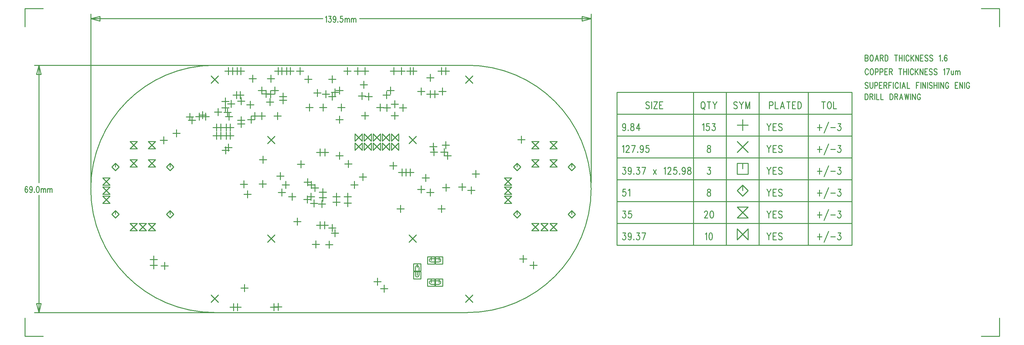
<source format=gbr>
*
*
G04 PADS 9.4.1 Build Number: 494907 generated Gerber (RS-274-X) file*
G04 PC Version=2.1*
*
%IN "JOG.pcb"*%
*
%MOIN*%
*
%FSLAX35Y35*%
*
*
*
*
G04 PC Standard Apertures*
*
*
G04 Thermal Relief Aperture macro.*
%AMTER*
1,1,$1,0,0*
1,0,$1-$2,0,0*
21,0,$3,$4,0,0,45*
21,0,$3,$4,0,0,135*
%
*
*
G04 Annular Aperture macro.*
%AMANN*
1,1,$1,0,0*
1,0,$2,0,0*
%
*
*
G04 Odd Aperture macro.*
%AMODD*
1,1,$1,0,0*
1,0,$1-0.005,0,0*
%
*
*
G04 PC Custom Aperture Macros*
*
*
*
*
*
*
G04 PC Aperture Table*
*
%ADD010C,0.001*%
%ADD012C,0.01*%
*
*
*
*
G04 PC Circuitry*
G04 Layer Name JOG.pcb - circuitry*
%LPD*%
*
*
G04 PC Custom Flashes*
G04 Layer Name JOG.pcb - flashes*
%LPD*%
*
*
G04 PC Circuitry*
G04 Layer Name JOG.pcb - circuitry*
%LPD*%
*
G54D10*
G01X1537382Y1581606D02*
X1537384D01*
X2086771Y1583710D02*
X2086773D01*
X1811978Y1446142D02*
X1811981D01*
X1811978Y1717795D02*
X1811981D01*
G54D12*
X1907063Y1499622D02*
X1915063D01*
Y1507622*
X1907063*
Y1499622*
X1911063Y1503622D02*
Y1507622D01*
X1915724Y1499622D02*
X1923724D01*
Y1507622*
X1915724*
Y1499622*
X1919724Y1503622D02*
Y1507622D01*
X1911063Y1505591D02*
G75*
G03Y1501654I-0J-1969D01*
G01X1919724*
G03Y1505591I0J1968*
G01X1911063*
X1891709Y1483087D02*
X1899709D01*
Y1491087*
X1891709*
Y1483087*
X1895709Y1487087D02*
Y1491087D01*
X1891709Y1491748D02*
X1899709D01*
Y1499748*
X1891709*
Y1491748*
X1895709Y1495748D02*
Y1499748D01*
X1893740Y1487087D02*
G03X1897677I1969J-0D01*
G01Y1495748*
G03X1893740I-1968J0*
G01Y1487087*
X1907063Y1475213D02*
X1915063D01*
Y1483213*
X1907063*
Y1475213*
X1911063Y1479213D02*
Y1483213D01*
X1915724Y1475213D02*
X1923724D01*
Y1483213*
X1915724*
Y1475213*
X1919724Y1479213D02*
Y1483213D01*
X1911063Y1481181D02*
G03Y1477244I-0J-1968D01*
G01X1919724*
G03Y1481181I0J1969*
G01X1911063*
X2387500Y1686563D02*
Y1680000D01*
Y1686563D02*
X2389091D01*
X2389091D02*
X2389773Y1686250D01*
X2390227Y1685625*
X2390455Y1685000*
X2390682Y1684063*
X2390682D02*
Y1682500D01*
X2390455Y1681563*
X2390455D02*
X2390227Y1680938D01*
X2390227D02*
X2389773Y1680313D01*
X2389773D02*
X2389091Y1680000D01*
X2387500*
X2392727Y1686563D02*
Y1680000D01*
Y1686563D02*
X2394773D01*
X2394773D02*
X2395455Y1686250D01*
X2395682Y1685938*
X2395682D02*
X2395909Y1685313D01*
X2395909D02*
Y1684688D01*
X2395909D02*
X2395682Y1684063D01*
X2395682D02*
X2395455Y1683750D01*
X2394773Y1683438*
X2394773D02*
X2392727D01*
X2394318D02*
X2395909Y1680000D01*
X2397955Y1686563D02*
Y1680000D01*
X2400000Y1686563D02*
Y1680000D01*
X2402727*
X2404773Y1686563D02*
Y1680000D01*
X2407500*
X2414773Y1686563D02*
Y1680000D01*
Y1686563D02*
X2416364D01*
X2416364D02*
X2417045Y1686250D01*
X2417500Y1685625*
X2417727Y1685000*
X2417955Y1684063*
X2417955D02*
Y1682500D01*
X2417727Y1681563*
X2417727D02*
X2417500Y1680938D01*
X2417500D02*
X2417045Y1680313D01*
X2417045D02*
X2416364Y1680000D01*
X2414773*
X2420000Y1686563D02*
Y1680000D01*
Y1686563D02*
X2422045D01*
X2422045D02*
X2422727Y1686250D01*
X2422955Y1685938*
X2422955D02*
X2423182Y1685313D01*
X2423182D02*
Y1684688D01*
X2423182D02*
X2422955Y1684063D01*
X2422955D02*
X2422727Y1683750D01*
X2422045Y1683438*
X2422045D02*
X2420000D01*
X2421591D02*
X2423182Y1680000D01*
X2427045Y1686563D02*
X2425227Y1680000D01*
X2427045Y1686563D02*
X2428864Y1680000D01*
X2425909Y1682188D02*
X2428182D01*
X2430909Y1686563D02*
X2432045Y1680000D01*
X2433182Y1686563D02*
X2432045Y1680000D01*
X2433182Y1686563D02*
X2434318Y1680000D01*
X2435455Y1686563D02*
X2434318Y1680000D01*
X2437500Y1686563D02*
Y1680000D01*
X2439545Y1686563D02*
Y1680000D01*
Y1686563D02*
X2442727Y1680000D01*
Y1686563D02*
Y1680000D01*
X2448182Y1685000D02*
X2447955Y1685625D01*
X2447500Y1686250*
X2447045Y1686563*
X2447045D02*
X2446136D01*
X2446136D02*
X2445682Y1686250D01*
X2445227Y1685625*
X2445000Y1685000*
X2444773Y1684063*
X2444773D02*
Y1682500D01*
X2445000Y1681563*
X2445000D02*
X2445227Y1680938D01*
X2445227D02*
X2445682Y1680313D01*
X2445682D02*
X2446136Y1680000D01*
X2447045*
X2447500Y1680313*
X2447500D02*
X2447955Y1680938D01*
X2447955D02*
X2448182Y1681563D01*
X2448182D02*
Y1682500D01*
X2447045D02*
X2448182D01*
X2390909Y1712500D02*
X2390682Y1713125D01*
X2390227Y1713750*
X2389773Y1714063*
X2389773D02*
X2388864D01*
X2388864D02*
X2388409Y1713750D01*
X2387955Y1713125*
X2387727Y1712500*
X2387500Y1711563*
X2387500D02*
Y1710000D01*
X2387727Y1709063*
X2387727D02*
X2387955Y1708438D01*
X2387955D02*
X2388409Y1707813D01*
X2388409D02*
X2388864Y1707500D01*
X2389773*
X2390227Y1707813*
X2390227D02*
X2390682Y1708438D01*
X2390682D02*
X2390909Y1709063D01*
X2394318Y1714063D02*
X2393864Y1713750D01*
X2393409Y1713125*
X2393182Y1712500*
X2392955Y1711563*
X2392955D02*
Y1710000D01*
X2393182Y1709063*
X2393182D02*
X2393409Y1708438D01*
X2393409D02*
X2393864Y1707813D01*
X2393864D02*
X2394318Y1707500D01*
X2395227*
X2395682Y1707813*
X2395682D02*
X2396136Y1708438D01*
X2396136D02*
X2396364Y1709063D01*
X2396364D02*
X2396591Y1710000D01*
Y1711563*
X2396591D02*
X2396364Y1712500D01*
X2396136Y1713125*
X2395682Y1713750*
X2395227Y1714063*
X2395227D02*
X2394318D01*
X2398636D02*
Y1707500D01*
Y1714063D02*
X2400682D01*
X2400682D02*
X2401364Y1713750D01*
X2401591Y1713438*
X2401591D02*
X2401818Y1712813D01*
X2401818D02*
Y1711875D01*
X2401591Y1711250*
X2401364Y1710938*
X2401364D02*
X2400682Y1710625D01*
X2398636*
X2403864Y1714063D02*
Y1707500D01*
Y1714063D02*
X2405909D01*
X2405909D02*
X2406591Y1713750D01*
X2406818Y1713438*
X2406818D02*
X2407045Y1712813D01*
X2407045D02*
Y1711875D01*
X2406818Y1711250*
X2406591Y1710938*
X2406591D02*
X2405909Y1710625D01*
X2403864*
X2409091Y1714063D02*
Y1707500D01*
Y1714063D02*
X2412045D01*
X2409091Y1710938D02*
X2410909D01*
X2409091Y1707500D02*
X2412045D01*
X2414091Y1714063D02*
Y1707500D01*
Y1714063D02*
X2416136D01*
X2416136D02*
X2416818Y1713750D01*
X2417045Y1713438*
X2417045D02*
X2417273Y1712813D01*
X2417273D02*
Y1712188D01*
X2417273D02*
X2417045Y1711563D01*
X2417045D02*
X2416818Y1711250D01*
X2416136Y1710938*
X2416136D02*
X2414091D01*
X2415682D02*
X2417273Y1707500D01*
X2426136Y1714063D02*
Y1707500D01*
X2424545Y1714063D02*
X2427727D01*
X2429773D02*
Y1707500D01*
X2432955Y1714063D02*
Y1707500D01*
X2429773Y1710938D02*
X2432955D01*
X2435000Y1714063D02*
Y1707500D01*
X2440455Y1712500D02*
X2440227Y1713125D01*
X2439773Y1713750*
X2439318Y1714063*
X2439318D02*
X2438409D01*
X2438409D02*
X2437955Y1713750D01*
X2437500Y1713125*
X2437273Y1712500*
X2437045Y1711563*
X2437045D02*
Y1710000D01*
X2437273Y1709063*
X2437273D02*
X2437500Y1708438D01*
X2437500D02*
X2437955Y1707813D01*
X2437955D02*
X2438409Y1707500D01*
X2439318*
X2439773Y1707813*
X2439773D02*
X2440227Y1708438D01*
X2440227D02*
X2440455Y1709063D01*
X2442500Y1714063D02*
Y1707500D01*
X2445682Y1714063D02*
X2442500Y1709688D01*
X2443636Y1711250D02*
X2445682Y1707500D01*
X2447727Y1714063D02*
Y1707500D01*
Y1714063D02*
X2450909Y1707500D01*
Y1714063D02*
Y1707500D01*
X2452955Y1714063D02*
Y1707500D01*
Y1714063D02*
X2455909D01*
X2452955Y1710938D02*
X2454773D01*
X2452955Y1707500D02*
X2455909D01*
X2461136Y1713125D02*
X2460682Y1713750D01*
X2460000Y1714063*
X2460000D02*
X2459091D01*
X2459091D02*
X2458409Y1713750D01*
X2457955Y1713125*
Y1712500*
X2458182Y1711875*
X2458409Y1711563*
X2458409D02*
X2458864Y1711250D01*
X2460227Y1710625*
X2460682Y1710313*
X2460682D02*
X2460909Y1710000D01*
X2461136Y1709375*
Y1708438*
X2461136D02*
X2460682Y1707813D01*
X2460682D02*
X2460000Y1707500D01*
X2459091*
X2458409Y1707813*
X2458409D02*
X2457955Y1708438D01*
X2466364Y1713125D02*
X2465909Y1713750D01*
X2465227Y1714063*
X2465227D02*
X2464318D01*
X2464318D02*
X2463636Y1713750D01*
X2463182Y1713125*
Y1712500*
X2463409Y1711875*
X2463636Y1711563*
X2463636D02*
X2464091Y1711250D01*
X2465455Y1710625*
X2465909Y1710313*
X2465909D02*
X2466136Y1710000D01*
X2466364Y1709375*
Y1708438*
X2466364D02*
X2465909Y1707813D01*
X2465909D02*
X2465227Y1707500D01*
X2464318*
X2463636Y1707813*
X2463636D02*
X2463182Y1708438D01*
X2473636Y1712813D02*
X2474091Y1713125D01*
X2474773Y1714063*
X2474773D02*
Y1707500D01*
X2480000Y1714063D02*
X2477727Y1707500D01*
X2476818Y1714063D02*
X2480000D01*
X2482045Y1711875D02*
Y1708750D01*
X2482273Y1707813*
X2482273D02*
X2482727Y1707500D01*
X2483409*
X2483864Y1707813*
X2483864D02*
X2484545Y1708750D01*
Y1711875D02*
Y1707500D01*
X2486591Y1711875D02*
Y1707500D01*
Y1710625D02*
X2487273Y1711563D01*
X2487273D02*
X2487727Y1711875D01*
X2488409*
X2488864Y1711563*
X2488864D02*
X2489091Y1710625D01*
Y1707500*
Y1710625D02*
X2489773Y1711563D01*
X2489773D02*
X2490227Y1711875D01*
X2490909*
X2491364Y1711563*
X2491364D02*
X2491591Y1710625D01*
Y1707500*
X2387500Y1729063D02*
Y1722500D01*
Y1729063D02*
X2389545D01*
X2389545D02*
X2390227Y1728750D01*
X2390455Y1728438*
X2390455D02*
X2390682Y1727813D01*
X2390682D02*
Y1727188D01*
X2390682D02*
X2390455Y1726563D01*
X2390455D02*
X2390227Y1726250D01*
X2389545Y1725938*
X2387500D02*
X2389545D01*
X2389545D02*
X2390227Y1725625D01*
X2390455Y1725313*
X2390455D02*
X2390682Y1724688D01*
X2390682D02*
Y1723750D01*
X2390455Y1723125*
X2390227Y1722813*
X2390227D02*
X2389545Y1722500D01*
X2387500*
X2394091Y1729063D02*
X2393636Y1728750D01*
X2393182Y1728125*
X2392955Y1727500*
X2392727Y1726563*
X2392727D02*
Y1725000D01*
X2392955Y1724063*
X2392955D02*
X2393182Y1723438D01*
X2393182D02*
X2393636Y1722813D01*
X2393636D02*
X2394091Y1722500D01*
X2395000*
X2395455Y1722813*
X2395455D02*
X2395909Y1723438D01*
X2395909D02*
X2396136Y1724063D01*
X2396136D02*
X2396364Y1725000D01*
Y1726563*
X2396364D02*
X2396136Y1727500D01*
X2395909Y1728125*
X2395455Y1728750*
X2395000Y1729063*
X2395000D02*
X2394091D01*
X2400227D02*
X2398409Y1722500D01*
X2400227Y1729063D02*
X2402045Y1722500D01*
X2399091Y1724688D02*
X2401364D01*
X2404091Y1729063D02*
Y1722500D01*
Y1729063D02*
X2406136D01*
X2406136D02*
X2406818Y1728750D01*
X2407045Y1728438*
X2407045D02*
X2407273Y1727813D01*
X2407273D02*
Y1727188D01*
X2407273D02*
X2407045Y1726563D01*
X2407045D02*
X2406818Y1726250D01*
X2406136Y1725938*
X2406136D02*
X2404091D01*
X2405682D02*
X2407273Y1722500D01*
X2409318Y1729063D02*
Y1722500D01*
Y1729063D02*
X2410909D01*
X2410909D02*
X2411591Y1728750D01*
X2412045Y1728125*
X2412273Y1727500*
X2412500Y1726563*
X2412500D02*
Y1725000D01*
X2412273Y1724063*
X2412273D02*
X2412045Y1723438D01*
X2412045D02*
X2411591Y1722813D01*
X2411591D02*
X2410909Y1722500D01*
X2409318*
X2421364Y1729063D02*
Y1722500D01*
X2419773Y1729063D02*
X2422955D01*
X2425000D02*
Y1722500D01*
X2428182Y1729063D02*
Y1722500D01*
X2425000Y1725938D02*
X2428182D01*
X2430227Y1729063D02*
Y1722500D01*
X2435682Y1727500D02*
X2435455Y1728125D01*
X2435000Y1728750*
X2434545Y1729063*
X2434545D02*
X2433636D01*
X2433636D02*
X2433182Y1728750D01*
X2432727Y1728125*
X2432500Y1727500*
X2432273Y1726563*
X2432273D02*
Y1725000D01*
X2432500Y1724063*
X2432500D02*
X2432727Y1723438D01*
X2432727D02*
X2433182Y1722813D01*
X2433182D02*
X2433636Y1722500D01*
X2434545*
X2435000Y1722813*
X2435000D02*
X2435455Y1723438D01*
X2435455D02*
X2435682Y1724063D01*
X2437727Y1729063D02*
Y1722500D01*
X2440909Y1729063D02*
X2437727Y1724688D01*
X2438864Y1726250D02*
X2440909Y1722500D01*
X2442955Y1729063D02*
Y1722500D01*
Y1729063D02*
X2446136Y1722500D01*
Y1729063D02*
Y1722500D01*
X2448182Y1729063D02*
Y1722500D01*
Y1729063D02*
X2451136D01*
X2448182Y1725938D02*
X2450000D01*
X2448182Y1722500D02*
X2451136D01*
X2456364Y1728125D02*
X2455909Y1728750D01*
X2455227Y1729063*
X2455227D02*
X2454318D01*
X2454318D02*
X2453636Y1728750D01*
X2453182Y1728125*
Y1727500*
X2453409Y1726875*
X2453636Y1726563*
X2453636D02*
X2454091Y1726250D01*
X2455455Y1725625*
X2455909Y1725313*
X2455909D02*
X2456136Y1725000D01*
X2456364Y1724375*
Y1723438*
X2456364D02*
X2455909Y1722813D01*
X2455909D02*
X2455227Y1722500D01*
X2454318*
X2453636Y1722813*
X2453636D02*
X2453182Y1723438D01*
X2461591Y1728125D02*
X2461136Y1728750D01*
X2460455Y1729063*
X2460455D02*
X2459545D01*
X2459545D02*
X2458864Y1728750D01*
X2458409Y1728125*
Y1727500*
X2458636Y1726875*
X2458864Y1726563*
X2458864D02*
X2459318Y1726250D01*
X2460682Y1725625*
X2461136Y1725313*
X2461136D02*
X2461364Y1725000D01*
X2461591Y1724375*
Y1723438*
X2461591D02*
X2461136Y1722813D01*
X2461136D02*
X2460455Y1722500D01*
X2459545*
X2458864Y1722813*
X2458864D02*
X2458409Y1723438D01*
X2468864Y1727813D02*
X2469318Y1728125D01*
X2470000Y1729063*
X2470000D02*
Y1722500D01*
X2472273Y1723125D02*
X2472045Y1722813D01*
X2472045D02*
X2472273Y1722500D01*
X2472500Y1722813*
X2472500D02*
X2472273Y1723125D01*
X2477273Y1728125D02*
X2477045Y1728750D01*
X2476364Y1729063*
X2476364D02*
X2475909D01*
X2475909D02*
X2475227Y1728750D01*
X2474773Y1727813*
X2474773D02*
X2474545Y1726250D01*
Y1724688*
X2474545D02*
X2474773Y1723438D01*
X2474773D02*
X2475227Y1722813D01*
X2475227D02*
X2475909Y1722500D01*
X2476136*
X2476818Y1722813*
X2476818D02*
X2477273Y1723438D01*
X2477273D02*
X2477500Y1724375D01*
Y1724688*
X2477500D02*
X2477273Y1725625D01*
X2476818Y1726250*
X2476136Y1726563*
X2476136D02*
X2475909D01*
X2475909D02*
X2475227Y1726250D01*
X2474773Y1725625*
X2474545Y1724688*
X2390682Y1698125D02*
X2390227Y1698750D01*
X2389545Y1699063*
X2389545D02*
X2388636D01*
X2388636D02*
X2387955Y1698750D01*
X2387500Y1698125*
Y1697500*
X2387727Y1696875*
X2387955Y1696563*
X2387955D02*
X2388409Y1696250D01*
X2389773Y1695625*
X2390227Y1695313*
X2390227D02*
X2390455Y1695000D01*
X2390682Y1694375*
Y1693438*
X2390682D02*
X2390227Y1692813D01*
X2390227D02*
X2389545Y1692500D01*
X2388636*
X2387955Y1692813*
X2387955D02*
X2387500Y1693438D01*
X2392727Y1699063D02*
Y1694375D01*
X2392955Y1693438*
X2392955D02*
X2393409Y1692813D01*
X2393409D02*
X2394091Y1692500D01*
X2394545*
X2395227Y1692813*
X2395227D02*
X2395682Y1693438D01*
X2395682D02*
X2395909Y1694375D01*
Y1699063*
X2397955D02*
Y1692500D01*
Y1699063D02*
X2400000D01*
X2400000D02*
X2400682Y1698750D01*
X2400909Y1698438*
X2400909D02*
X2401136Y1697813D01*
X2401136D02*
Y1696875D01*
X2400909Y1696250*
X2400682Y1695938*
X2400682D02*
X2400000Y1695625D01*
X2397955*
X2403182Y1699063D02*
Y1692500D01*
Y1699063D02*
X2406136D01*
X2403182Y1695938D02*
X2405000D01*
X2403182Y1692500D02*
X2406136D01*
X2408182Y1699063D02*
Y1692500D01*
Y1699063D02*
X2410227D01*
X2410227D02*
X2410909Y1698750D01*
X2411136Y1698438*
X2411136D02*
X2411364Y1697813D01*
X2411364D02*
Y1697188D01*
X2411364D02*
X2411136Y1696563D01*
X2411136D02*
X2410909Y1696250D01*
X2410227Y1695938*
X2410227D02*
X2408182D01*
X2409773D02*
X2411364Y1692500D01*
X2413409Y1699063D02*
Y1692500D01*
Y1699063D02*
X2416364D01*
X2413409Y1695938D02*
X2415227D01*
X2418409Y1699063D02*
Y1692500D01*
X2423864Y1697500D02*
X2423636Y1698125D01*
X2423182Y1698750*
X2422727Y1699063*
X2422727D02*
X2421818D01*
X2421818D02*
X2421364Y1698750D01*
X2420909Y1698125*
X2420682Y1697500*
X2420455Y1696563*
X2420455D02*
Y1695000D01*
X2420682Y1694063*
X2420682D02*
X2420909Y1693438D01*
X2420909D02*
X2421364Y1692813D01*
X2421364D02*
X2421818Y1692500D01*
X2422727*
X2423182Y1692813*
X2423182D02*
X2423636Y1693438D01*
X2423636D02*
X2423864Y1694063D01*
X2425909Y1699063D02*
Y1692500D01*
X2429773Y1699063D02*
X2427955Y1692500D01*
X2429773Y1699063D02*
X2431591Y1692500D01*
X2428636Y1694688D02*
X2430909D01*
X2433636Y1699063D02*
Y1692500D01*
X2436364*
X2443636Y1699063D02*
Y1692500D01*
Y1699063D02*
X2446591D01*
X2443636Y1695938D02*
X2445455D01*
X2448636Y1699063D02*
Y1692500D01*
X2450682Y1699063D02*
Y1692500D01*
Y1699063D02*
X2453864Y1692500D01*
Y1699063D02*
Y1692500D01*
X2455909Y1699063D02*
Y1692500D01*
X2461136Y1698125D02*
X2460682Y1698750D01*
X2460000Y1699063*
X2460000D02*
X2459091D01*
X2459091D02*
X2458409Y1698750D01*
X2457955Y1698125*
Y1697500*
X2458182Y1696875*
X2458409Y1696563*
X2458409D02*
X2458864Y1696250D01*
X2460227Y1695625*
X2460682Y1695313*
X2460682D02*
X2460909Y1695000D01*
X2461136Y1694375*
Y1693438*
X2461136D02*
X2460682Y1692813D01*
X2460682D02*
X2460000Y1692500D01*
X2459091*
X2458409Y1692813*
X2458409D02*
X2457955Y1693438D01*
X2463182Y1699063D02*
Y1692500D01*
X2466364Y1699063D02*
Y1692500D01*
X2463182Y1695938D02*
X2466364D01*
X2468409Y1699063D02*
Y1692500D01*
X2470455Y1699063D02*
Y1692500D01*
Y1699063D02*
X2473636Y1692500D01*
Y1699063D02*
Y1692500D01*
X2479091Y1697500D02*
X2478864Y1698125D01*
X2478409Y1698750*
X2477955Y1699063*
X2477955D02*
X2477045D01*
X2477045D02*
X2476591Y1698750D01*
X2476136Y1698125*
X2475909Y1697500*
X2475682Y1696563*
X2475682D02*
Y1695000D01*
X2475909Y1694063*
X2475909D02*
X2476136Y1693438D01*
X2476136D02*
X2476591Y1692813D01*
X2476591D02*
X2477045Y1692500D01*
X2477955*
X2478409Y1692813*
X2478409D02*
X2478864Y1693438D01*
X2478864D02*
X2479091Y1694063D01*
X2479091D02*
Y1695000D01*
X2477955D02*
X2479091D01*
X2486364Y1699063D02*
Y1692500D01*
Y1699063D02*
X2489318D01*
X2486364Y1695938D02*
X2488182D01*
X2486364Y1692500D02*
X2489318D01*
X2491364Y1699063D02*
Y1692500D01*
Y1699063D02*
X2494545Y1692500D01*
Y1699063D02*
Y1692500D01*
X2496591Y1699063D02*
Y1692500D01*
X2502045Y1697500D02*
X2501818Y1698125D01*
X2501364Y1698750*
X2500909Y1699063*
X2500909D02*
X2500000D01*
X2500000D02*
X2499545Y1698750D01*
X2499091Y1698125*
X2498864Y1697500*
X2498636Y1696563*
X2498636D02*
Y1695000D01*
X2498864Y1694063*
X2498864D02*
X2499091Y1693438D01*
X2499091D02*
X2499545Y1692813D01*
X2499545D02*
X2500000Y1692500D01*
X2500909*
X2501364Y1692813*
X2501364D02*
X2501818Y1693438D01*
X2501818D02*
X2502045Y1694063D01*
X2502045D02*
Y1695000D01*
X2500909D02*
X2502045D01*
X1550528Y1586000D02*
X1558528D01*
X1550528Y1594000*
X1558528*
X1550528Y1586000*
Y1576000D02*
X1558528D01*
X1550528Y1584000*
X1558528*
X1550528Y1576000*
Y1566000D02*
X1558528D01*
X1550528Y1574000*
X1558528*
X1550528Y1566000*
X1580528Y1536000D02*
X1588528D01*
X1580528Y1544000*
X1588528*
X1580528Y1536000*
X1590528D02*
X1598528D01*
X1590528Y1544000*
X1598528*
X1590528Y1536000*
X1600528D02*
X1608528D01*
X1600528Y1544000*
X1608528*
X1600528Y1536000*
X1580528Y1606000D02*
X1588528D01*
X1580528Y1614000*
X1588528*
X1580528Y1606000*
X1600528D02*
X1608528D01*
X1600528Y1614000*
X1608528*
X1600528Y1606000*
Y1626000D02*
X1608528D01*
X1600528Y1634000*
X1608528*
X1600528Y1626000*
X1580528D02*
X1588528D01*
X1580528Y1634000*
X1588528*
X1580528Y1626000*
X1564528Y1602000D02*
X1568528Y1606000D01*
X1564528Y1610000*
X1560528Y1606000*
X1564528Y1602000*
Y1606000D02*
Y1610000D01*
X1624528Y1602000D02*
X1628528Y1606000D01*
X1624528Y1610000*
X1620528Y1606000*
X1624528Y1602000*
Y1606000D02*
Y1610000D01*
Y1550000D02*
X1628528Y1554000D01*
X1624528Y1558000*
X1620528Y1554000*
X1624528Y1550000*
Y1554000D02*
Y1558000D01*
X1564528Y1550000D02*
X1568528Y1554000D01*
X1564528Y1558000*
X1560528Y1554000*
X1564528Y1550000*
Y1554000D02*
Y1558000D01*
X1991472Y1586000D02*
X1999472D01*
X1991472Y1594000*
X1999472*
X1991472Y1586000*
Y1576000D02*
X1999472D01*
X1991472Y1584000*
X1999472*
X1991472Y1576000*
Y1566000D02*
X1999472D01*
X1991472Y1574000*
X1999472*
X1991472Y1566000*
X2021472Y1536000D02*
X2029472D01*
X2021472Y1544000*
X2029472*
X2021472Y1536000*
X2031472D02*
X2039472D01*
X2031472Y1544000*
X2039472*
X2031472Y1536000*
X2041472D02*
X2049472D01*
X2041472Y1544000*
X2049472*
X2041472Y1536000*
X2021472Y1606000D02*
X2029472D01*
X2021472Y1614000*
X2029472*
X2021472Y1606000*
X2041472D02*
X2049472D01*
X2041472Y1614000*
X2049472*
X2041472Y1606000*
Y1626000D02*
X2049472D01*
X2041472Y1634000*
X2049472*
X2041472Y1626000*
X2021472D02*
X2029472D01*
X2021472Y1634000*
X2029472*
X2021472Y1626000*
X2005472Y1602000D02*
X2009472Y1606000D01*
X2005472Y1610000*
X2001472Y1606000*
X2005472Y1602000*
Y1606000D02*
Y1610000D01*
X2065472Y1602000D02*
X2069472Y1606000D01*
X2065472Y1610000*
X2061472Y1606000*
X2065472Y1602000*
Y1606000D02*
Y1610000D01*
Y1550000D02*
X2069472Y1554000D01*
X2065472Y1558000*
X2061472Y1554000*
X2065472Y1550000*
Y1554000D02*
Y1558000D01*
X2005472Y1550000D02*
X2009472Y1554000D01*
X2005472Y1558000*
X2001472Y1554000*
X2005472Y1550000*
Y1554000D02*
Y1558000D01*
X1827339Y1634465D02*
X1835339Y1642465D01*
Y1634465*
X1827339Y1642465*
Y1634465*
Y1624465D02*
X1835339Y1632465D01*
Y1624465*
X1827339Y1632465*
Y1624465*
X1837339Y1634465D02*
X1845339Y1642465D01*
Y1634465*
X1837339Y1642465*
Y1634465*
Y1624465D02*
X1845339Y1632465D01*
Y1624465*
X1837339Y1632465*
Y1624465*
X1847339Y1634465D02*
X1855339Y1642465D01*
Y1634465*
X1847339Y1642465*
Y1634465*
Y1624465D02*
X1855339Y1632465D01*
Y1624465*
X1847339Y1632465*
Y1624465*
X1857339Y1634465D02*
X1865339Y1642465D01*
Y1634465*
X1857339Y1642465*
Y1634465*
Y1624465D02*
X1865339Y1632465D01*
Y1624465*
X1857339Y1632465*
Y1624465*
X1867339Y1634465D02*
X1875339Y1642465D01*
Y1634465*
X1867339Y1642465*
Y1634465*
Y1624465D02*
X1875339Y1632465D01*
Y1624465*
X1867339Y1632465*
Y1624465*
X1731276Y1523638D02*
X1739276Y1531638D01*
X1731276D02*
X1739276Y1523638D01*
X1731276Y1631906D02*
X1739276Y1639906D01*
X1731276D02*
X1739276Y1631906D01*
X1886787D02*
X1894787Y1639906D01*
X1886787D02*
X1894787Y1631906D01*
X1886787Y1523638D02*
X1894787Y1531638D01*
X1886787D02*
X1894787Y1523638D01*
X1669268Y1698047D02*
X1677268Y1706047D01*
X1669268D02*
X1677268Y1698047D01*
X1669268Y1457496D02*
X1677268Y1465496D01*
X1669268D02*
X1677268Y1457496D01*
X1948795Y1698047D02*
X1956795Y1706047D01*
X1948795D02*
X1956795Y1698047D01*
X1948795Y1457496D02*
X1956795Y1465496D01*
X1948795D02*
X1956795Y1457496D01*
X1694500Y1452000D02*
X1702500D01*
X1698500Y1448000D02*
Y1456000D01*
X1690000Y1452000D02*
X1698000D01*
X1694000Y1448000D02*
Y1456000D01*
X1702000Y1473000D02*
X1710000D01*
X1706000Y1469000D02*
Y1477000D01*
X1734500Y1452000D02*
X1742500D01*
X1738500Y1448000D02*
Y1456000D01*
X1739000Y1452500D02*
X1747000D01*
X1743000Y1448500D02*
Y1456500D01*
X1855500Y1472500D02*
X1863500D01*
X1859500Y1468500D02*
Y1476500D01*
X1614500Y1497500D02*
X1622500D01*
X1618500Y1493500D02*
Y1501500D01*
X1602500Y1504500D02*
X1610500D01*
X1606500Y1500500D02*
Y1508500D01*
X1602500Y1498110D02*
X1610500D01*
X1606500Y1494110D02*
Y1502110D01*
X1848150Y1480020D02*
X1856150D01*
X1852150Y1476020D02*
Y1484020D01*
X2008000Y1505000D02*
X2016000D01*
X2012000Y1501000D02*
Y1509000D01*
X2019500Y1498000D02*
X2027500D01*
X2023500Y1494000D02*
Y1502000D01*
X1780500Y1521000D02*
X1788500D01*
X1784500Y1517000D02*
Y1525000D01*
X1760000Y1546000D02*
X1768000D01*
X1764000Y1542000D02*
Y1550000D01*
X1795000Y1520748D02*
X1803000D01*
X1799000Y1516748D02*
Y1524748D01*
X1798500Y1539000D02*
X1806500D01*
X1802500Y1535000D02*
Y1543000D01*
X1801500Y1533500D02*
X1809500D01*
X1805500Y1529500D02*
Y1537500D01*
X1790134Y1542000D02*
X1798134D01*
X1794134Y1538000D02*
Y1546000D01*
X1785173Y1542000D02*
X1793173D01*
X1789173Y1538000D02*
Y1546000D01*
X1705500Y1576000D02*
X1713500D01*
X1709500Y1572000D02*
Y1580000D01*
X1701500Y1587000D02*
X1709500D01*
X1705500Y1583000D02*
Y1591000D01*
X1722000Y1587500D02*
X1730000D01*
X1726000Y1583500D02*
Y1591500D01*
X1743000Y1578268D02*
X1751000D01*
X1747000Y1574268D02*
Y1582268D01*
X1775500Y1586500D02*
X1783500D01*
X1779500Y1582500D02*
Y1590500D01*
Y1583000D02*
X1787500D01*
X1783500Y1579000D02*
Y1587000D01*
X1754500Y1573500D02*
X1762500D01*
X1758500Y1569500D02*
Y1577500D01*
X1771500Y1589500D02*
X1779500D01*
X1775500Y1585500D02*
Y1593500D01*
X1747500Y1586500D02*
X1755500D01*
X1751500Y1582500D02*
Y1590500D01*
X1741500Y1596000D02*
X1749500D01*
X1745500Y1592000D02*
Y1600000D01*
X1771000Y1570500D02*
X1779000D01*
X1775000Y1566500D02*
Y1574500D01*
Y1573500D02*
X1783000D01*
X1779000Y1569500D02*
Y1577500D01*
X1778500Y1566000D02*
X1786500D01*
X1782500Y1562000D02*
Y1570000D01*
X1815500Y1573500D02*
X1823500D01*
X1819500Y1569500D02*
Y1577500D01*
X1803000Y1573500D02*
X1811000D01*
X1807000Y1569500D02*
Y1577500D01*
X1788000Y1572500D02*
X1796000D01*
X1792000Y1568500D02*
Y1576500D01*
X1788000Y1578500D02*
X1796000D01*
X1792000Y1574500D02*
Y1582500D01*
X1803000Y1567402D02*
X1811000D01*
X1807000Y1563402D02*
Y1571402D01*
X1815500Y1566500D02*
X1823500D01*
X1819500Y1562500D02*
Y1570500D01*
X1787000Y1565500D02*
X1795000D01*
X1791000Y1561500D02*
Y1569500D01*
X1832000Y1595000D02*
X1840000D01*
X1836000Y1591000D02*
Y1599000D01*
X1822654Y1586500D02*
X1830654D01*
X1826654Y1582500D02*
Y1590500D01*
X1901000Y1594000D02*
X1909000D01*
X1905000Y1590000D02*
Y1598000D01*
X1896000Y1581500D02*
X1904000D01*
X1900000Y1577500D02*
Y1585500D01*
X1873500Y1560000D02*
X1881500D01*
X1877500Y1556000D02*
Y1564000D01*
X1923500Y1583500D02*
X1931500D01*
X1927500Y1579500D02*
Y1587500D01*
X1906000Y1578000D02*
X1914000D01*
X1910000Y1574000D02*
Y1582000D01*
X1941000Y1584000D02*
X1949000D01*
X1945000Y1580000D02*
Y1588000D01*
X1918500Y1560000D02*
X1926500D01*
X1922500Y1556000D02*
Y1564000D01*
X1951000Y1580500D02*
X1959000D01*
X1955000Y1576500D02*
Y1584500D01*
X1613500Y1635500D02*
X1621500D01*
X1617500Y1631500D02*
Y1639500D01*
X1681500Y1624500D02*
X1689500D01*
X1685500Y1620500D02*
Y1628500D01*
X1684500Y1627500D02*
X1692500D01*
X1688500Y1623500D02*
Y1631500D01*
X1722500Y1614000D02*
X1730500D01*
X1726500Y1610000D02*
Y1618000D01*
X1764000Y1609000D02*
X1772000D01*
X1768000Y1605000D02*
Y1613000D01*
X1790500Y1622000D02*
X1798500D01*
X1794500Y1618000D02*
Y1626000D01*
X1816000Y1609500D02*
X1824000D01*
X1820000Y1605500D02*
Y1613500D01*
X1785000Y1622000D02*
X1793000D01*
X1789000Y1618000D02*
Y1626000D01*
X1806500Y1618500D02*
X1814500D01*
X1810500Y1614500D02*
Y1622500D01*
X1865500Y1607500D02*
X1873500D01*
X1869500Y1603500D02*
Y1611500D01*
X1879500Y1600000D02*
X1887500D01*
X1883500Y1596000D02*
Y1604000D01*
X1875000Y1600000D02*
X1883000D01*
X1879000Y1596000D02*
Y1604000D01*
X1884000Y1600000D02*
X1892000D01*
X1888000Y1596000D02*
Y1604000D01*
X1921500Y1622500D02*
X1929500D01*
X1925500Y1618500D02*
Y1626500D01*
X1910000Y1622500D02*
X1918000D01*
X1914000Y1618500D02*
Y1626500D01*
X1925000Y1618500D02*
X1933000D01*
X1929000Y1614500D02*
Y1622500D01*
X1909500Y1628500D02*
X1917500D01*
X1913500Y1624500D02*
Y1632500D01*
X1923000Y1630000D02*
X1931000D01*
X1927000Y1626000D02*
Y1634000D01*
X1956000Y1598500D02*
X1964000D01*
X1960000Y1594500D02*
Y1602500D01*
X2006000Y1636000D02*
X2014000D01*
X2010000Y1632000D02*
Y1640000D01*
X1627260Y1643000D02*
X1635260D01*
X1631260Y1639000D02*
Y1647000D01*
X1644500Y1657500D02*
X1652500D01*
X1648500Y1653500D02*
Y1661500D01*
X1642000Y1661000D02*
X1650000D01*
X1646000Y1657000D02*
Y1665000D01*
X1659500Y1661500D02*
X1667500D01*
X1663500Y1657500D02*
Y1665500D01*
X1652500Y1661500D02*
X1660500D01*
X1656500Y1657500D02*
Y1665500D01*
X1656000Y1663000D02*
X1664000D01*
X1660000Y1659000D02*
Y1667000D01*
X1687500Y1675500D02*
X1695500D01*
X1691500Y1671500D02*
Y1679500D01*
X1673000Y1666500D02*
X1681000D01*
X1677000Y1662500D02*
Y1670500D01*
X1698500Y1653500D02*
X1706500D01*
X1702500Y1649500D02*
Y1657500D01*
X1698500D02*
X1706500D01*
X1702500Y1653500D02*
Y1661500D01*
X1685000D02*
X1693000D01*
X1689000Y1657500D02*
Y1665500D01*
X1681000Y1671000D02*
X1689000D01*
X1685000Y1667000D02*
Y1675000D01*
X1683500Y1666000D02*
X1691500D01*
X1687500Y1662000D02*
Y1670000D01*
X1682000Y1640500D02*
X1690000D01*
X1686000Y1636500D02*
Y1644500D01*
X1686500Y1640500D02*
X1694500D01*
X1690500Y1636500D02*
Y1644500D01*
X1676000Y1640500D02*
X1684000D01*
X1680000Y1636500D02*
Y1644500D01*
X1671500Y1640500D02*
X1679500D01*
X1675500Y1636500D02*
Y1644500D01*
X1682000Y1649500D02*
X1690000D01*
X1686000Y1645500D02*
Y1653500D01*
X1686500Y1649500D02*
X1694500D01*
X1690500Y1645500D02*
Y1653500D01*
X1676000Y1649500D02*
X1684000D01*
X1680000Y1645500D02*
Y1653500D01*
X1671500Y1649500D02*
X1679500D01*
X1675500Y1645500D02*
Y1653500D01*
X1738500Y1662000D02*
X1746500D01*
X1742500Y1658000D02*
Y1666000D01*
X1713500Y1662000D02*
X1721500D01*
X1717500Y1658000D02*
Y1666000D01*
X1721000Y1662000D02*
X1729000D01*
X1725000Y1658000D02*
Y1666000D01*
X1709500Y1658000D02*
X1717500D01*
X1713500Y1654000D02*
Y1662000D01*
X1708500Y1674500D02*
X1716500D01*
X1712500Y1670500D02*
Y1678500D01*
X1773500Y1671500D02*
X1781500D01*
X1777500Y1667500D02*
Y1675500D01*
X1808500Y1671500D02*
X1816500D01*
X1812500Y1667500D02*
Y1675500D01*
X1788500Y1671500D02*
X1796500D01*
X1792500Y1667500D02*
Y1675500D01*
X1806500Y1658000D02*
X1814500D01*
X1810500Y1654000D02*
Y1662000D01*
X1858500Y1671000D02*
X1866500D01*
X1862500Y1667000D02*
Y1675000D01*
X1834500Y1662520D02*
X1842500D01*
X1838500Y1658520D02*
Y1666520D01*
X1851000Y1671500D02*
X1859000D01*
X1855000Y1667500D02*
Y1675500D01*
X1876000Y1671000D02*
X1884000D01*
X1880000Y1667000D02*
Y1675000D01*
X1867000Y1662520D02*
X1875000D01*
X1871000Y1658520D02*
Y1666520D01*
X1867000Y1675020D02*
X1875000D01*
X1871000Y1671020D02*
Y1679020D01*
X1693500Y1685000D02*
X1701500D01*
X1697500Y1681000D02*
Y1689000D01*
Y1685000D02*
X1705500D01*
X1701500Y1681000D02*
Y1689000D01*
X1681000Y1678000D02*
X1689000D01*
X1685000Y1674000D02*
Y1682000D01*
X1698500Y1678500D02*
X1706500D01*
X1702500Y1674500D02*
Y1682500D01*
X1684500Y1711500D02*
X1692500D01*
X1688500Y1707500D02*
Y1715500D01*
X1689000Y1711500D02*
X1697000D01*
X1693000Y1707500D02*
Y1715500D01*
X1694000Y1711500D02*
X1702000D01*
X1698000Y1707500D02*
Y1715500D01*
Y1711500D02*
X1706000D01*
X1702000Y1707500D02*
Y1715500D01*
X1725862Y1686500D02*
X1733862D01*
X1729862Y1682500D02*
Y1690500D01*
X1730783Y1686000D02*
X1738783D01*
X1734783Y1682000D02*
Y1690000D01*
X1720941D02*
X1728941D01*
X1724941Y1686000D02*
Y1694000D01*
X1711000Y1703000D02*
X1719000D01*
X1715000Y1699000D02*
Y1707000D01*
X1731000Y1703000D02*
X1739000D01*
X1735000Y1699000D02*
Y1707000D01*
X1739000Y1711500D02*
X1747000D01*
X1743000Y1707500D02*
Y1715500D01*
X1730000Y1677500D02*
X1738000D01*
X1734000Y1673500D02*
Y1681500D01*
X1735500Y1690000D02*
X1743500D01*
X1739500Y1686000D02*
Y1694000D01*
X1744500Y1679500D02*
X1752500D01*
X1748500Y1675500D02*
Y1683500D01*
X1744500D02*
X1752500D01*
X1748500Y1679500D02*
Y1687500D01*
X1772000Y1702500D02*
X1780000D01*
X1776000Y1698500D02*
Y1706500D01*
X1743000Y1711500D02*
X1751000D01*
X1747000Y1707500D02*
Y1715500D01*
X1748500Y1711500D02*
X1756500D01*
X1752500Y1707500D02*
Y1715500D01*
Y1711500D02*
X1760500D01*
X1756500Y1707500D02*
Y1715500D01*
X1763000Y1711500D02*
X1771000D01*
X1767000Y1707500D02*
Y1715500D01*
X1801500Y1688000D02*
X1809500D01*
X1805500Y1684000D02*
Y1692000D01*
X1791500Y1686000D02*
X1799500D01*
X1795500Y1682000D02*
Y1690000D01*
X1781965Y1687500D02*
X1789965D01*
X1785965Y1683500D02*
Y1691500D01*
X1798500Y1683500D02*
X1806500D01*
X1802500Y1679500D02*
Y1687500D01*
X1798500Y1702500D02*
X1806500D01*
X1802500Y1698500D02*
Y1706500D01*
X1815000Y1711500D02*
X1823000D01*
X1819000Y1707500D02*
Y1715500D01*
X1806500Y1690000D02*
X1814500D01*
X1810500Y1686000D02*
Y1694000D01*
X1833000Y1696500D02*
X1841000D01*
X1837000Y1692500D02*
Y1700500D01*
X1834500Y1711500D02*
X1842500D01*
X1838500Y1707500D02*
Y1715500D01*
X1826500Y1711500D02*
X1834500D01*
X1830500Y1707500D02*
Y1715500D01*
X1858000Y1685000D02*
X1866000D01*
X1862000Y1681000D02*
Y1689000D01*
X1838500Y1683500D02*
X1846500D01*
X1842500Y1679500D02*
Y1687500D01*
X1831000Y1684000D02*
X1839000D01*
X1835000Y1680000D02*
Y1688000D01*
X1896000Y1689000D02*
X1904000D01*
X1900000Y1685000D02*
Y1693000D01*
X1887500Y1711500D02*
X1895500D01*
X1891500Y1707500D02*
Y1715500D01*
X1884000Y1711500D02*
X1892000D01*
X1888000Y1707500D02*
Y1715500D01*
X1874500Y1711500D02*
X1882500D01*
X1878500Y1707500D02*
Y1715500D01*
X1866000Y1711500D02*
X1874000D01*
X1870000Y1707500D02*
Y1715500D01*
X1862500Y1690000D02*
X1870500D01*
X1866500Y1686000D02*
Y1694000D01*
X1906020Y1686000D02*
X1914020D01*
X1910020Y1682000D02*
Y1690000D01*
X1906000Y1704000D02*
X1914000D01*
X1910000Y1700000D02*
Y1708000D01*
X1911000Y1686000D02*
X1919000D01*
X1915000Y1682000D02*
Y1690000D01*
X1919500Y1689000D02*
X1927500D01*
X1923500Y1685000D02*
Y1693000D01*
X1923000Y1711500D02*
X1931000D01*
X1927000Y1707500D02*
Y1715500D01*
X1918500Y1711500D02*
X1926500D01*
X1922500Y1707500D02*
Y1715500D01*
X1673001Y1446142D02*
X1950955D01*
G03Y1717795I0J135827*
G01X1673001*
X1672971D02*
G03Y1446142I237J-135826D01*
G01X1537382Y1768976D02*
X1791917D01*
X1537382D02*
X1547382Y1771476D01*
Y1766476*
X1537382Y1768976*
X2086771D02*
X1832235D01*
X2086771D02*
X2076771Y1766476D01*
Y1771476*
X2086771Y1768976*
X1537382Y1586606D02*
Y1773976D01*
X2086771Y1588710D02*
Y1773976D01*
X1794917Y1770539D02*
X1795372Y1770851D01*
X1796053Y1771789*
Y1765226*
X1798553Y1771789D02*
X1801053D01*
X1799690Y1769289*
X1800372*
X1800826Y1768976*
X1801053Y1768664*
X1801281Y1767726*
Y1767101*
X1801053Y1766164*
X1800599Y1765539*
X1799917Y1765226*
X1799235*
X1798553Y1765539*
X1798326Y1765851*
X1798099Y1766476*
X1806281Y1769601D02*
X1806053Y1768664D01*
X1805599Y1768039*
X1804917Y1767726*
X1804690*
X1804008Y1768039*
X1803553Y1768664*
X1803326Y1769601*
Y1769914*
X1803553Y1770851*
X1804008Y1771476*
X1804690Y1771789*
X1804917*
X1805599Y1771476*
X1806053Y1770851*
X1806281Y1769601*
Y1768039*
X1806053Y1766476*
X1805599Y1765539*
X1804917Y1765226*
X1804463*
X1803781Y1765539*
X1803553Y1766164*
X1808553Y1765851D02*
X1808326Y1765539D01*
X1808553Y1765226*
X1808781Y1765539*
X1808553Y1765851*
X1813781Y1771789D02*
X1811508D01*
X1811281Y1768976*
X1811508Y1769289*
X1812190Y1769601*
X1812872*
X1813553Y1769289*
X1814008Y1768664*
X1814235Y1767726*
X1814008Y1767101*
X1813781Y1766164*
X1813326Y1765539*
X1812644Y1765226*
X1811963*
X1811281Y1765539*
X1811053Y1765851*
X1810826Y1766476*
X1816281Y1769601D02*
Y1765226D01*
Y1768351D02*
X1816963Y1769289D01*
X1817417Y1769601*
X1818099*
X1818553Y1769289*
X1818781Y1768351*
Y1765226*
Y1768351D02*
X1819463Y1769289D01*
X1819917Y1769601*
X1820599*
X1821053Y1769289*
X1821281Y1768351*
Y1765226*
X1823326Y1769601D02*
Y1765226D01*
Y1768351D02*
X1824008Y1769289D01*
X1824463Y1769601*
X1825144*
X1825599Y1769289*
X1825826Y1768351*
Y1765226*
Y1768351D02*
X1826508Y1769289D01*
X1826963Y1769601*
X1827644*
X1828099Y1769289*
X1828326Y1768351*
Y1765226*
X1480354Y1446142D02*
Y1575219D01*
Y1446142D02*
X1477854Y1456142D01*
X1482854*
X1480354Y1446142*
Y1717795D02*
Y1588719D01*
Y1717795D02*
X1482854Y1707795D01*
X1477854*
X1480354Y1717795*
X1806978Y1446142D02*
X1475354D01*
X1806978Y1717795D02*
X1475354D01*
X1467741Y1583844D02*
X1467513Y1584469D01*
X1466832Y1584781*
X1466377*
X1465695Y1584469*
X1465241Y1583531*
X1465013Y1581969*
Y1580406*
X1465241Y1579156*
X1465695Y1578531*
X1466377Y1578219*
X1466604*
X1467286Y1578531*
X1467741Y1579156*
X1467968Y1580094*
Y1580406*
X1467741Y1581344*
X1467286Y1581969*
X1466604Y1582281*
X1466377*
X1465695Y1581969*
X1465241Y1581344*
X1465013Y1580406*
X1472968Y1582594D02*
X1472741Y1581656D01*
X1472286Y1581031*
X1471604Y1580719*
X1471377*
X1470695Y1581031*
X1470241Y1581656*
X1470013Y1582594*
Y1582906*
X1470241Y1583844*
X1470695Y1584469*
X1471377Y1584781*
X1471604*
X1472286Y1584469*
X1472741Y1583844*
X1472968Y1582594*
Y1581031*
X1472741Y1579469*
X1472286Y1578531*
X1471604Y1578219*
X1471150*
X1470468Y1578531*
X1470241Y1579156*
X1475241Y1578844D02*
X1475013Y1578531D01*
X1475241Y1578219*
X1475468Y1578531*
X1475241Y1578844*
X1478877Y1584781D02*
X1478195Y1584469D01*
X1477741Y1583531*
X1477513Y1581969*
Y1581031*
X1477741Y1579469*
X1478195Y1578531*
X1478877Y1578219*
X1479332*
X1480013Y1578531*
X1480468Y1579469*
X1480695Y1581031*
Y1581969*
X1480468Y1583531*
X1480013Y1584469*
X1479332Y1584781*
X1478877*
X1482741Y1582594D02*
Y1578219D01*
Y1581344D02*
X1483423Y1582281D01*
X1483877Y1582594*
X1484559*
X1485013Y1582281*
X1485241Y1581344*
Y1578219*
Y1581344D02*
X1485923Y1582281D01*
X1486377Y1582594*
X1487059*
X1487513Y1582281*
X1487741Y1581344*
Y1578219*
X1489786Y1582594D02*
Y1578219D01*
Y1581344D02*
X1490468Y1582281D01*
X1490923Y1582594*
X1491604*
X1492059Y1582281*
X1492286Y1581344*
Y1578219*
Y1581344D02*
X1492968Y1582281D01*
X1493423Y1582594*
X1494104*
X1494559Y1582281*
X1494786Y1581344*
Y1578219*
X1465000Y1440000D02*
Y1420000D01*
X1485000*
Y1780000D02*
X1465000D01*
Y1760000*
X2535000D02*
Y1780000D01*
X2515000*
Y1420000D02*
X2535000D01*
Y1440000*
X2115000Y1688000D02*
X2373000D01*
X2115000Y1664000D02*
X2373000D01*
X2115000Y1640000D02*
X2373000D01*
X2115000Y1616000D02*
X2373000D01*
X2115000Y1592000D02*
X2373000D01*
X2115000Y1568000D02*
X2373000D01*
X2115000Y1544000D02*
X2373000D01*
X2115000Y1520000D02*
X2373000D01*
X2115000Y1688000D02*
Y1520000D01*
X2199000Y1688000D02*
Y1520000D01*
X2235000Y1688000D02*
Y1520000D01*
X2271000Y1688000D02*
Y1520000D01*
X2325000Y1688000D02*
Y1520000D01*
X2373000Y1688000D02*
Y1520000D01*
X2150500Y1676750D02*
X2149955Y1677500D01*
X2149136Y1677875*
X2148045*
X2147227Y1677500*
X2146682Y1676750*
Y1676000*
X2146955Y1675250*
X2147227Y1674875*
X2147773Y1674500*
X2149409Y1673750*
X2149955Y1673375*
X2150227Y1673000*
X2150500Y1672250*
Y1671125*
X2149955Y1670375*
X2149136Y1670000*
X2148045*
X2147227Y1670375*
X2146682Y1671125*
X2152955Y1677875D02*
Y1670000D01*
X2159227Y1677875D02*
X2155409Y1670000D01*
Y1677875D02*
X2159227D01*
X2155409Y1670000D02*
X2159227D01*
X2161682Y1677875D02*
Y1670000D01*
Y1677875D02*
X2165227D01*
X2161682Y1674125D02*
X2163864D01*
X2161682Y1670000D02*
X2165227D01*
X2208864Y1677875D02*
X2208318Y1677500D01*
X2207773Y1676750*
X2207500Y1676000*
X2207227Y1674875*
Y1673000*
X2207500Y1671875*
X2207773Y1671125*
X2208318Y1670375*
X2208864Y1670000*
X2209955*
X2210500Y1670375*
X2211045Y1671125*
X2211318Y1671875*
X2211591Y1673000*
Y1674875*
X2211318Y1676000*
X2211045Y1676750*
X2210500Y1677500*
X2209955Y1677875*
X2208864*
X2209682Y1671500D02*
X2211318Y1669250D01*
X2215955Y1677875D02*
Y1670000D01*
X2214045Y1677875D02*
X2217864D01*
X2220318D02*
X2222500Y1674125D01*
Y1670000*
X2224682Y1677875D02*
X2222500Y1674125D01*
X2247045Y1676750D02*
X2246500Y1677500D01*
X2245682Y1677875*
X2244591*
X2243773Y1677500*
X2243227Y1676750*
Y1676000*
X2243500Y1675250*
X2243773Y1674875*
X2244318Y1674500*
X2245955Y1673750*
X2246500Y1673375*
X2246773Y1673000*
X2247045Y1672250*
Y1671125*
X2246500Y1670375*
X2245682Y1670000*
X2244591*
X2243773Y1670375*
X2243227Y1671125*
X2249500Y1677875D02*
X2251682Y1674125D01*
Y1670000*
X2253864Y1677875D02*
X2251682Y1674125D01*
X2256318Y1677875D02*
Y1670000D01*
Y1677875D02*
X2258500Y1670000D01*
X2260682Y1677875D02*
X2258500Y1670000D01*
X2260682Y1677875D02*
Y1670000D01*
X2282500Y1677875D02*
Y1670000D01*
Y1677875D02*
X2284955D01*
X2285773Y1677500*
X2286045Y1677125*
X2286318Y1676375*
Y1675250*
X2286045Y1674500*
X2285773Y1674125*
X2284955Y1673750*
X2282500*
X2288773Y1677875D02*
Y1670000D01*
X2292045*
X2296682Y1677875D02*
X2294500Y1670000D01*
X2296682Y1677875D02*
X2298864Y1670000D01*
X2295318Y1672625D02*
X2298045D01*
X2303227Y1677875D02*
Y1670000D01*
X2301318Y1677875D02*
X2305136D01*
X2307591D02*
Y1670000D01*
Y1677875D02*
X2311136D01*
X2307591Y1674125D02*
X2309773D01*
X2307591Y1670000D02*
X2311136D01*
X2313591Y1677875D02*
Y1670000D01*
Y1677875D02*
X2315500D01*
X2316318Y1677500*
X2316864Y1676750*
X2317136Y1676000*
X2317409Y1674875*
Y1673000*
X2317136Y1671875*
X2316864Y1671125*
X2316318Y1670375*
X2315500Y1670000*
X2313591*
X2341682Y1677875D02*
Y1670000D01*
X2339773Y1677875D02*
X2343591D01*
X2347682D02*
X2347136Y1677500D01*
X2346591Y1676750*
X2346318Y1676000*
X2346045Y1674875*
Y1673000*
X2346318Y1671875*
X2346591Y1671125*
X2347136Y1670375*
X2347682Y1670000*
X2348773*
X2349318Y1670375*
X2349864Y1671125*
X2350136Y1671875*
X2350409Y1673000*
Y1674875*
X2350136Y1676000*
X2349864Y1676750*
X2349318Y1677500*
X2348773Y1677875*
X2347682*
X2352864D02*
Y1670000D01*
X2356136*
X2124545Y1651250D02*
X2124273Y1650125D01*
X2123727Y1649375*
X2122909Y1649000*
X2122636*
X2121818Y1649375*
X2121273Y1650125*
X2121000Y1651250*
Y1651625*
X2121273Y1652750*
X2121818Y1653500*
X2122636Y1653875*
X2122909*
X2123727Y1653500*
X2124273Y1652750*
X2124545Y1651250*
Y1649375*
X2124273Y1647500*
X2123727Y1646375*
X2122909Y1646000*
X2122364*
X2121545Y1646375*
X2121273Y1647125*
X2127273Y1646750D02*
X2127000Y1646375D01*
X2127273Y1646000*
X2127545Y1646375*
X2127273Y1646750*
X2131364Y1653875D02*
X2130545Y1653500D01*
X2130273Y1652750*
Y1652000*
X2130545Y1651250*
X2131091Y1650875*
X2132182Y1650500*
X2133000Y1650125*
X2133545Y1649375*
X2133818Y1648625*
Y1647500*
X2133545Y1646750*
X2133273Y1646375*
X2132455Y1646000*
X2131364*
X2130545Y1646375*
X2130273Y1646750*
X2130000Y1647500*
Y1648625*
X2130273Y1649375*
X2130818Y1650125*
X2131636Y1650500*
X2132727Y1650875*
X2133273Y1651250*
X2133545Y1652000*
Y1652750*
X2133273Y1653500*
X2132455Y1653875*
X2131364*
X2139000D02*
X2136273Y1648625D01*
X2140364*
X2139000Y1653875D02*
Y1646000D01*
X2208864Y1652375D02*
X2209409Y1652750D01*
X2210227Y1653875*
Y1646000*
X2216227Y1653875D02*
X2213500D01*
X2213227Y1650500*
X2213500Y1650875*
X2214318Y1651250*
X2215136*
X2215955Y1650875*
X2216500Y1650125*
X2216773Y1649000*
X2216500Y1648250*
X2216227Y1647125*
X2215682Y1646375*
X2214864Y1646000*
X2214045*
X2213227Y1646375*
X2212955Y1646750*
X2212682Y1647500*
X2219773Y1653875D02*
X2222773D01*
X2221136Y1650875*
X2221955*
X2222500Y1650500*
X2222773Y1650125*
X2223045Y1649000*
Y1648250*
X2222773Y1647125*
X2222227Y1646375*
X2221409Y1646000*
X2220591*
X2219773Y1646375*
X2219500Y1646750*
X2219227Y1647500*
X2247000Y1652000D02*
X2259000D01*
X2253000Y1646000D02*
Y1658000D01*
X2279636Y1653875D02*
X2281818Y1650125D01*
Y1646000*
X2284000Y1653875D02*
X2281818Y1650125D01*
X2286455Y1653875D02*
Y1646000D01*
Y1653875D02*
X2290000D01*
X2286455Y1650125D02*
X2288636D01*
X2286455Y1646000D02*
X2290000D01*
X2296273Y1652750D02*
X2295727Y1653500D01*
X2294909Y1653875*
X2293818*
X2293000Y1653500*
X2292455Y1652750*
Y1652000*
X2292727Y1651250*
X2293000Y1650875*
X2293545Y1650500*
X2295182Y1649750*
X2295727Y1649375*
X2296000Y1649000*
X2296273Y1648250*
Y1647125*
X2295727Y1646375*
X2294909Y1646000*
X2293818*
X2293000Y1646375*
X2292455Y1647125*
X2337455Y1652750D02*
Y1646000D01*
X2335000Y1649375D02*
X2339909D01*
X2347273Y1655375D02*
X2342364Y1643375D01*
X2349727Y1649375D02*
X2354636D01*
X2357636Y1653875D02*
X2360636D01*
X2359000Y1650875*
X2359818*
X2360364Y1650500*
X2360636Y1650125*
X2360909Y1649000*
Y1648250*
X2360636Y1647125*
X2360091Y1646375*
X2359273Y1646000*
X2358455*
X2357636Y1646375*
X2357364Y1646750*
X2357091Y1647500*
X2121000Y1628375D02*
X2121545Y1628750D01*
X2122364Y1629875*
Y1622000*
X2125091Y1628000D02*
Y1628375D01*
X2125364Y1629125*
X2125636Y1629500*
X2126182Y1629875*
X2127273*
X2127818Y1629500*
X2128091Y1629125*
X2128364Y1628375*
Y1627625*
X2128091Y1626875*
X2127545Y1625750*
X2124818Y1622000*
X2128636*
X2134909Y1629875D02*
X2132182Y1622000D01*
X2131091Y1629875D02*
X2134909D01*
X2137636Y1622750D02*
X2137364Y1622375D01*
X2137636Y1622000*
X2137909Y1622375*
X2137636Y1622750*
X2143909Y1627250D02*
X2143636Y1626125D01*
X2143091Y1625375*
X2142273Y1625000*
X2142000*
X2141182Y1625375*
X2140636Y1626125*
X2140364Y1627250*
Y1627625*
X2140636Y1628750*
X2141182Y1629500*
X2142000Y1629875*
X2142273*
X2143091Y1629500*
X2143636Y1628750*
X2143909Y1627250*
Y1625375*
X2143636Y1623500*
X2143091Y1622375*
X2142273Y1622000*
X2141727*
X2140909Y1622375*
X2140636Y1623125*
X2149909Y1629875D02*
X2147182D01*
X2146909Y1626500*
X2147182Y1626875*
X2148000Y1627250*
X2148818*
X2149636Y1626875*
X2150182Y1626125*
X2150455Y1625000*
X2150182Y1624250*
X2149909Y1623125*
X2149364Y1622375*
X2148545Y1622000*
X2147727*
X2146909Y1622375*
X2146636Y1622750*
X2146364Y1623500*
X2215409Y1629875D02*
X2214591Y1629500D01*
X2214318Y1628750*
Y1628000*
X2214591Y1627250*
X2215136Y1626875*
X2216227Y1626500*
X2217045Y1626125*
X2217591Y1625375*
X2217864Y1624625*
Y1623500*
X2217591Y1622750*
X2217318Y1622375*
X2216500Y1622000*
X2215409*
X2214591Y1622375*
X2214318Y1622750*
X2214045Y1623500*
Y1624625*
X2214318Y1625375*
X2214864Y1626125*
X2215682Y1626500*
X2216773Y1626875*
X2217318Y1627250*
X2217591Y1628000*
Y1628750*
X2217318Y1629500*
X2216500Y1629875*
X2215409*
X2247000Y1622000D02*
X2259000Y1634000D01*
X2247000D02*
X2259000Y1622000D01*
X2279636Y1629875D02*
X2281818Y1626125D01*
Y1622000*
X2284000Y1629875D02*
X2281818Y1626125D01*
X2286455Y1629875D02*
Y1622000D01*
Y1629875D02*
X2290000D01*
X2286455Y1626125D02*
X2288636D01*
X2286455Y1622000D02*
X2290000D01*
X2296273Y1628750D02*
X2295727Y1629500D01*
X2294909Y1629875*
X2293818*
X2293000Y1629500*
X2292455Y1628750*
Y1628000*
X2292727Y1627250*
X2293000Y1626875*
X2293545Y1626500*
X2295182Y1625750*
X2295727Y1625375*
X2296000Y1625000*
X2296273Y1624250*
Y1623125*
X2295727Y1622375*
X2294909Y1622000*
X2293818*
X2293000Y1622375*
X2292455Y1623125*
X2337455Y1628750D02*
Y1622000D01*
X2335000Y1625375D02*
X2339909D01*
X2347273Y1631375D02*
X2342364Y1619375D01*
X2349727Y1625375D02*
X2354636D01*
X2357636Y1629875D02*
X2360636D01*
X2359000Y1626875*
X2359818*
X2360364Y1626500*
X2360636Y1626125*
X2360909Y1625000*
Y1624250*
X2360636Y1623125*
X2360091Y1622375*
X2359273Y1622000*
X2358455*
X2357636Y1622375*
X2357364Y1622750*
X2357091Y1623500*
X2121545Y1605875D02*
X2124545D01*
X2122909Y1602875*
X2123727*
X2124273Y1602500*
X2124545Y1602125*
X2124818Y1601000*
Y1600250*
X2124545Y1599125*
X2124000Y1598375*
X2123182Y1598000*
X2122364*
X2121545Y1598375*
X2121273Y1598750*
X2121000Y1599500*
X2130818Y1603250D02*
X2130545Y1602125D01*
X2130000Y1601375*
X2129182Y1601000*
X2128909*
X2128091Y1601375*
X2127545Y1602125*
X2127273Y1603250*
Y1603625*
X2127545Y1604750*
X2128091Y1605500*
X2128909Y1605875*
X2129182*
X2130000Y1605500*
X2130545Y1604750*
X2130818Y1603250*
Y1601375*
X2130545Y1599500*
X2130000Y1598375*
X2129182Y1598000*
X2128636*
X2127818Y1598375*
X2127545Y1599125*
X2133545Y1598750D02*
X2133273Y1598375D01*
X2133545Y1598000*
X2133818Y1598375*
X2133545Y1598750*
X2136818Y1605875D02*
X2139818D01*
X2138182Y1602875*
X2139000*
X2139545Y1602500*
X2139818Y1602125*
X2140091Y1601000*
Y1600250*
X2139818Y1599125*
X2139273Y1598375*
X2138455Y1598000*
X2137636*
X2136818Y1598375*
X2136545Y1598750*
X2136273Y1599500*
X2146364Y1605875D02*
X2143636Y1598000D01*
X2142545Y1605875D02*
X2146364D01*
X2155091Y1603250D02*
X2158091Y1598000D01*
Y1603250D02*
X2155091Y1598000D01*
X2166818Y1604375D02*
X2167364Y1604750D01*
X2168182Y1605875*
Y1598000*
X2170909Y1604000D02*
Y1604375D01*
X2171182Y1605125*
X2171455Y1605500*
X2172000Y1605875*
X2173091*
X2173636Y1605500*
X2173909Y1605125*
X2174182Y1604375*
Y1603625*
X2173909Y1602875*
X2173364Y1601750*
X2170636Y1598000*
X2174455*
X2180455Y1605875D02*
X2177727D01*
X2177455Y1602500*
X2177727Y1602875*
X2178545Y1603250*
X2179364*
X2180182Y1602875*
X2180727Y1602125*
X2181000Y1601000*
X2180727Y1600250*
X2180455Y1599125*
X2179909Y1598375*
X2179091Y1598000*
X2178273*
X2177455Y1598375*
X2177182Y1598750*
X2176909Y1599500*
X2183727Y1598750D02*
X2183455Y1598375D01*
X2183727Y1598000*
X2184000Y1598375*
X2183727Y1598750*
X2190000Y1603250D02*
X2189727Y1602125D01*
X2189182Y1601375*
X2188364Y1601000*
X2188091*
X2187273Y1601375*
X2186727Y1602125*
X2186455Y1603250*
Y1603625*
X2186727Y1604750*
X2187273Y1605500*
X2188091Y1605875*
X2188364*
X2189182Y1605500*
X2189727Y1604750*
X2190000Y1603250*
Y1601375*
X2189727Y1599500*
X2189182Y1598375*
X2188364Y1598000*
X2187818*
X2187000Y1598375*
X2186727Y1599125*
X2193818Y1605875D02*
X2193000Y1605500D01*
X2192727Y1604750*
Y1604000*
X2193000Y1603250*
X2193545Y1602875*
X2194636Y1602500*
X2195455Y1602125*
X2196000Y1601375*
X2196273Y1600625*
Y1599500*
X2196000Y1598750*
X2195727Y1598375*
X2194909Y1598000*
X2193818*
X2193000Y1598375*
X2192727Y1598750*
X2192455Y1599500*
Y1600625*
X2192727Y1601375*
X2193273Y1602125*
X2194091Y1602500*
X2195182Y1602875*
X2195727Y1603250*
X2196000Y1604000*
Y1604750*
X2195727Y1605500*
X2194909Y1605875*
X2193818*
X2214591D02*
X2217591D01*
X2215955Y1602875*
X2216773*
X2217318Y1602500*
X2217591Y1602125*
X2217864Y1601000*
Y1600250*
X2217591Y1599125*
X2217045Y1598375*
X2216227Y1598000*
X2215409*
X2214591Y1598375*
X2214318Y1598750*
X2214045Y1599500*
X2247000Y1598000D02*
X2259000D01*
Y1610000*
X2247000*
Y1598000*
X2253000Y1604000D02*
Y1610000D01*
X2279636Y1605875D02*
X2281818Y1602125D01*
Y1598000*
X2284000Y1605875D02*
X2281818Y1602125D01*
X2286455Y1605875D02*
Y1598000D01*
Y1605875D02*
X2290000D01*
X2286455Y1602125D02*
X2288636D01*
X2286455Y1598000D02*
X2290000D01*
X2296273Y1604750D02*
X2295727Y1605500D01*
X2294909Y1605875*
X2293818*
X2293000Y1605500*
X2292455Y1604750*
Y1604000*
X2292727Y1603250*
X2293000Y1602875*
X2293545Y1602500*
X2295182Y1601750*
X2295727Y1601375*
X2296000Y1601000*
X2296273Y1600250*
Y1599125*
X2295727Y1598375*
X2294909Y1598000*
X2293818*
X2293000Y1598375*
X2292455Y1599125*
X2337455Y1604750D02*
Y1598000D01*
X2335000Y1601375D02*
X2339909D01*
X2347273Y1607375D02*
X2342364Y1595375D01*
X2349727Y1601375D02*
X2354636D01*
X2357636Y1605875D02*
X2360636D01*
X2359000Y1602875*
X2359818*
X2360364Y1602500*
X2360636Y1602125*
X2360909Y1601000*
Y1600250*
X2360636Y1599125*
X2360091Y1598375*
X2359273Y1598000*
X2358455*
X2357636Y1598375*
X2357364Y1598750*
X2357091Y1599500*
X2124545Y1581875D02*
X2121818D01*
X2121545Y1578500*
X2121818Y1578875*
X2122636Y1579250*
X2123455*
X2124273Y1578875*
X2124818Y1578125*
X2125091Y1577000*
X2124818Y1576250*
X2124545Y1575125*
X2124000Y1574375*
X2123182Y1574000*
X2122364*
X2121545Y1574375*
X2121273Y1574750*
X2121000Y1575500*
X2127545Y1580375D02*
X2128091Y1580750D01*
X2128909Y1581875*
Y1574000*
X2215409Y1581875D02*
X2214591Y1581500D01*
X2214318Y1580750*
Y1580000*
X2214591Y1579250*
X2215136Y1578875*
X2216227Y1578500*
X2217045Y1578125*
X2217591Y1577375*
X2217864Y1576625*
Y1575500*
X2217591Y1574750*
X2217318Y1574375*
X2216500Y1574000*
X2215409*
X2214591Y1574375*
X2214318Y1574750*
X2214045Y1575500*
Y1576625*
X2214318Y1577375*
X2214864Y1578125*
X2215682Y1578500*
X2216773Y1578875*
X2217318Y1579250*
X2217591Y1580000*
Y1580750*
X2217318Y1581500*
X2216500Y1581875*
X2215409*
X2253000Y1574000D02*
X2259000Y1580000D01*
X2253000Y1586000*
X2247000Y1580000*
X2253000Y1574000*
Y1580000D02*
Y1586000D01*
X2279636Y1581875D02*
X2281818Y1578125D01*
Y1574000*
X2284000Y1581875D02*
X2281818Y1578125D01*
X2286455Y1581875D02*
Y1574000D01*
Y1581875D02*
X2290000D01*
X2286455Y1578125D02*
X2288636D01*
X2286455Y1574000D02*
X2290000D01*
X2296273Y1580750D02*
X2295727Y1581500D01*
X2294909Y1581875*
X2293818*
X2293000Y1581500*
X2292455Y1580750*
Y1580000*
X2292727Y1579250*
X2293000Y1578875*
X2293545Y1578500*
X2295182Y1577750*
X2295727Y1577375*
X2296000Y1577000*
X2296273Y1576250*
Y1575125*
X2295727Y1574375*
X2294909Y1574000*
X2293818*
X2293000Y1574375*
X2292455Y1575125*
X2337455Y1580750D02*
Y1574000D01*
X2335000Y1577375D02*
X2339909D01*
X2347273Y1583375D02*
X2342364Y1571375D01*
X2349727Y1577375D02*
X2354636D01*
X2357636Y1581875D02*
X2360636D01*
X2359000Y1578875*
X2359818*
X2360364Y1578500*
X2360636Y1578125*
X2360909Y1577000*
Y1576250*
X2360636Y1575125*
X2360091Y1574375*
X2359273Y1574000*
X2358455*
X2357636Y1574375*
X2357364Y1574750*
X2357091Y1575500*
X2121545Y1557875D02*
X2124545D01*
X2122909Y1554875*
X2123727*
X2124273Y1554500*
X2124545Y1554125*
X2124818Y1553000*
Y1552250*
X2124545Y1551125*
X2124000Y1550375*
X2123182Y1550000*
X2122364*
X2121545Y1550375*
X2121273Y1550750*
X2121000Y1551500*
X2130818Y1557875D02*
X2128091D01*
X2127818Y1554500*
X2128091Y1554875*
X2128909Y1555250*
X2129727*
X2130545Y1554875*
X2131091Y1554125*
X2131364Y1553000*
X2131091Y1552250*
X2130818Y1551125*
X2130273Y1550375*
X2129455Y1550000*
X2128636*
X2127818Y1550375*
X2127545Y1550750*
X2127273Y1551500*
X2211182Y1556000D02*
Y1556375D01*
X2211455Y1557125*
X2211727Y1557500*
X2212273Y1557875*
X2213364*
X2213909Y1557500*
X2214182Y1557125*
X2214455Y1556375*
Y1555625*
X2214182Y1554875*
X2213636Y1553750*
X2210909Y1550000*
X2214727*
X2218818Y1557875D02*
X2218000Y1557500D01*
X2217455Y1556375*
X2217182Y1554500*
Y1553375*
X2217455Y1551500*
X2218000Y1550375*
X2218818Y1550000*
X2219364*
X2220182Y1550375*
X2220727Y1551500*
X2221000Y1553375*
Y1554500*
X2220727Y1556375*
X2220182Y1557500*
X2219364Y1557875*
X2218818*
X2247000Y1550000D02*
X2259000D01*
X2247000Y1562000*
X2259000*
X2247000Y1550000*
X2279636Y1557875D02*
X2281818Y1554125D01*
Y1550000*
X2284000Y1557875D02*
X2281818Y1554125D01*
X2286455Y1557875D02*
Y1550000D01*
Y1557875D02*
X2290000D01*
X2286455Y1554125D02*
X2288636D01*
X2286455Y1550000D02*
X2290000D01*
X2296273Y1556750D02*
X2295727Y1557500D01*
X2294909Y1557875*
X2293818*
X2293000Y1557500*
X2292455Y1556750*
Y1556000*
X2292727Y1555250*
X2293000Y1554875*
X2293545Y1554500*
X2295182Y1553750*
X2295727Y1553375*
X2296000Y1553000*
X2296273Y1552250*
Y1551125*
X2295727Y1550375*
X2294909Y1550000*
X2293818*
X2293000Y1550375*
X2292455Y1551125*
X2337455Y1556750D02*
Y1550000D01*
X2335000Y1553375D02*
X2339909D01*
X2347273Y1559375D02*
X2342364Y1547375D01*
X2349727Y1553375D02*
X2354636D01*
X2357636Y1557875D02*
X2360636D01*
X2359000Y1554875*
X2359818*
X2360364Y1554500*
X2360636Y1554125*
X2360909Y1553000*
Y1552250*
X2360636Y1551125*
X2360091Y1550375*
X2359273Y1550000*
X2358455*
X2357636Y1550375*
X2357364Y1550750*
X2357091Y1551500*
X2121545Y1533875D02*
X2124545D01*
X2122909Y1530875*
X2123727*
X2124273Y1530500*
X2124545Y1530125*
X2124818Y1529000*
Y1528250*
X2124545Y1527125*
X2124000Y1526375*
X2123182Y1526000*
X2122364*
X2121545Y1526375*
X2121273Y1526750*
X2121000Y1527500*
X2130818Y1531250D02*
X2130545Y1530125D01*
X2130000Y1529375*
X2129182Y1529000*
X2128909*
X2128091Y1529375*
X2127545Y1530125*
X2127273Y1531250*
Y1531625*
X2127545Y1532750*
X2128091Y1533500*
X2128909Y1533875*
X2129182*
X2130000Y1533500*
X2130545Y1532750*
X2130818Y1531250*
Y1529375*
X2130545Y1527500*
X2130000Y1526375*
X2129182Y1526000*
X2128636*
X2127818Y1526375*
X2127545Y1527125*
X2133545Y1526750D02*
X2133273Y1526375D01*
X2133545Y1526000*
X2133818Y1526375*
X2133545Y1526750*
X2136818Y1533875D02*
X2139818D01*
X2138182Y1530875*
X2139000*
X2139545Y1530500*
X2139818Y1530125*
X2140091Y1529000*
Y1528250*
X2139818Y1527125*
X2139273Y1526375*
X2138455Y1526000*
X2137636*
X2136818Y1526375*
X2136545Y1526750*
X2136273Y1527500*
X2146364Y1533875D02*
X2143636Y1526000D01*
X2142545Y1533875D02*
X2146364D01*
X2212136Y1532375D02*
X2212682Y1532750D01*
X2213500Y1533875*
Y1526000*
X2217591Y1533875D02*
X2216773Y1533500D01*
X2216227Y1532375*
X2215955Y1530500*
Y1529375*
X2216227Y1527500*
X2216773Y1526375*
X2217591Y1526000*
X2218136*
X2218955Y1526375*
X2219500Y1527500*
X2219773Y1529375*
Y1530500*
X2219500Y1532375*
X2218955Y1533500*
X2218136Y1533875*
X2217591*
X2247000Y1526000D02*
X2259000Y1538000D01*
Y1526000*
X2247000Y1538000*
Y1526000*
X2279636Y1533875D02*
X2281818Y1530125D01*
Y1526000*
X2284000Y1533875D02*
X2281818Y1530125D01*
X2286455Y1533875D02*
Y1526000D01*
Y1533875D02*
X2290000D01*
X2286455Y1530125D02*
X2288636D01*
X2286455Y1526000D02*
X2290000D01*
X2296273Y1532750D02*
X2295727Y1533500D01*
X2294909Y1533875*
X2293818*
X2293000Y1533500*
X2292455Y1532750*
Y1532000*
X2292727Y1531250*
X2293000Y1530875*
X2293545Y1530500*
X2295182Y1529750*
X2295727Y1529375*
X2296000Y1529000*
X2296273Y1528250*
Y1527125*
X2295727Y1526375*
X2294909Y1526000*
X2293818*
X2293000Y1526375*
X2292455Y1527125*
X2337455Y1532750D02*
Y1526000D01*
X2335000Y1529375D02*
X2339909D01*
X2347273Y1535375D02*
X2342364Y1523375D01*
X2349727Y1529375D02*
X2354636D01*
X2357636Y1533875D02*
X2360636D01*
X2359000Y1530875*
X2359818*
X2360364Y1530500*
X2360636Y1530125*
X2360909Y1529000*
Y1528250*
X2360636Y1527125*
X2360091Y1526375*
X2359273Y1526000*
X2358455*
X2357636Y1526375*
X2357364Y1526750*
X2357091Y1527500*
G74*
X0Y0D02*
M02*

</source>
